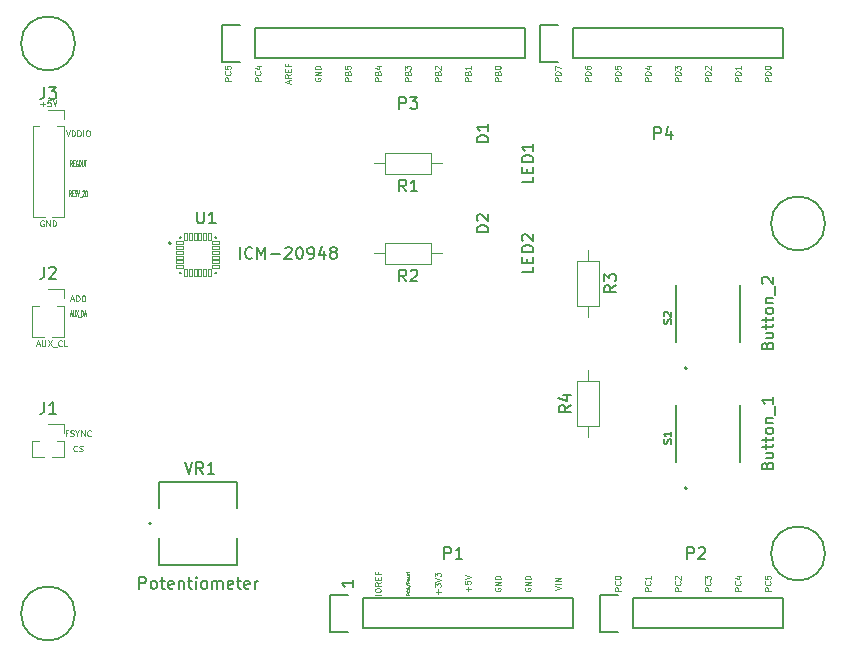
<source format=gto>
G04 #@! TF.GenerationSoftware,KiCad,Pcbnew,(6.0.4)*
G04 #@! TF.CreationDate,2022-05-08T20:33:45-07:00*
G04 #@! TF.ProjectId,PCB_Design,5043425f-4465-4736-9967-6e2e6b696361,rev?*
G04 #@! TF.SameCoordinates,Original*
G04 #@! TF.FileFunction,Legend,Top*
G04 #@! TF.FilePolarity,Positive*
%FSLAX46Y46*%
G04 Gerber Fmt 4.6, Leading zero omitted, Abs format (unit mm)*
G04 Created by KiCad (PCBNEW (6.0.4)) date 2022-05-08 20:33:45*
%MOMM*%
%LPD*%
G01*
G04 APERTURE LIST*
G04 Aperture macros list*
%AMRoundRect*
0 Rectangle with rounded corners*
0 $1 Rounding radius*
0 $2 $3 $4 $5 $6 $7 $8 $9 X,Y pos of 4 corners*
0 Add a 4 corners polygon primitive as box body*
4,1,4,$2,$3,$4,$5,$6,$7,$8,$9,$2,$3,0*
0 Add four circle primitives for the rounded corners*
1,1,$1+$1,$2,$3*
1,1,$1+$1,$4,$5*
1,1,$1+$1,$6,$7*
1,1,$1+$1,$8,$9*
0 Add four rect primitives between the rounded corners*
20,1,$1+$1,$2,$3,$4,$5,0*
20,1,$1+$1,$4,$5,$6,$7,0*
20,1,$1+$1,$6,$7,$8,$9,0*
20,1,$1+$1,$8,$9,$2,$3,0*%
G04 Aperture macros list end*
%ADD10C,0.150000*%
%ADD11C,0.125000*%
%ADD12C,0.062500*%
%ADD13C,0.127000*%
%ADD14C,0.200000*%
%ADD15C,0.120000*%
%ADD16O,1.727200X2.032000*%
%ADD17C,4.064000*%
%ADD18R,1.000000X1.700000*%
%ADD19C,1.400000*%
%ADD20O,1.400000X1.400000*%
%ADD21R,1.000000X1.000000*%
%ADD22O,1.000000X1.000000*%
%ADD23R,1.000000X1.100000*%
%ADD24R,1.222000X1.222000*%
%ADD25C,1.222000*%
%ADD26RoundRect,0.006600X-0.313400X-0.103400X0.313400X-0.103400X0.313400X0.103400X-0.313400X0.103400X0*%
%ADD27RoundRect,0.006600X0.103400X-0.313400X0.103400X0.313400X-0.103400X0.313400X-0.103400X-0.313400X0*%
%ADD28RoundRect,0.006600X0.313400X0.103400X-0.313400X0.103400X-0.313400X-0.103400X0.313400X-0.103400X0*%
%ADD29RoundRect,0.006600X-0.103400X0.313400X-0.103400X-0.313400X0.103400X-0.313400X0.103400X0.313400X0*%
G04 APERTURE END LIST*
D10*
X174426571Y-101139285D02*
X174474190Y-100996428D01*
X174521809Y-100948809D01*
X174617047Y-100901190D01*
X174759904Y-100901190D01*
X174855142Y-100948809D01*
X174902761Y-100996428D01*
X174950380Y-101091666D01*
X174950380Y-101472619D01*
X173950380Y-101472619D01*
X173950380Y-101139285D01*
X173998000Y-101044047D01*
X174045619Y-100996428D01*
X174140857Y-100948809D01*
X174236095Y-100948809D01*
X174331333Y-100996428D01*
X174378952Y-101044047D01*
X174426571Y-101139285D01*
X174426571Y-101472619D01*
X174283714Y-100044047D02*
X174950380Y-100044047D01*
X174283714Y-100472619D02*
X174807523Y-100472619D01*
X174902761Y-100425000D01*
X174950380Y-100329761D01*
X174950380Y-100186904D01*
X174902761Y-100091666D01*
X174855142Y-100044047D01*
X174283714Y-99710714D02*
X174283714Y-99329761D01*
X173950380Y-99567857D02*
X174807523Y-99567857D01*
X174902761Y-99520238D01*
X174950380Y-99425000D01*
X174950380Y-99329761D01*
X174283714Y-99139285D02*
X174283714Y-98758333D01*
X173950380Y-98996428D02*
X174807523Y-98996428D01*
X174902761Y-98948809D01*
X174950380Y-98853571D01*
X174950380Y-98758333D01*
X174950380Y-98282142D02*
X174902761Y-98377380D01*
X174855142Y-98425000D01*
X174759904Y-98472619D01*
X174474190Y-98472619D01*
X174378952Y-98425000D01*
X174331333Y-98377380D01*
X174283714Y-98282142D01*
X174283714Y-98139285D01*
X174331333Y-98044047D01*
X174378952Y-97996428D01*
X174474190Y-97948809D01*
X174759904Y-97948809D01*
X174855142Y-97996428D01*
X174902761Y-98044047D01*
X174950380Y-98139285D01*
X174950380Y-98282142D01*
X174283714Y-97520238D02*
X174950380Y-97520238D01*
X174378952Y-97520238D02*
X174331333Y-97472619D01*
X174283714Y-97377380D01*
X174283714Y-97234523D01*
X174331333Y-97139285D01*
X174426571Y-97091666D01*
X174950380Y-97091666D01*
X175045619Y-96853571D02*
X175045619Y-96091666D01*
X174045619Y-95901190D02*
X173998000Y-95853571D01*
X173950380Y-95758333D01*
X173950380Y-95520238D01*
X173998000Y-95425000D01*
X174045619Y-95377380D01*
X174140857Y-95329761D01*
X174236095Y-95329761D01*
X174378952Y-95377380D01*
X174950380Y-95948809D01*
X174950380Y-95329761D01*
D11*
X115994666Y-110063571D02*
X115970857Y-110087380D01*
X115899428Y-110111190D01*
X115851809Y-110111190D01*
X115780380Y-110087380D01*
X115732761Y-110039761D01*
X115708952Y-109992142D01*
X115685142Y-109896904D01*
X115685142Y-109825476D01*
X115708952Y-109730238D01*
X115732761Y-109682619D01*
X115780380Y-109635000D01*
X115851809Y-109611190D01*
X115899428Y-109611190D01*
X115970857Y-109635000D01*
X115994666Y-109658809D01*
X116185142Y-110087380D02*
X116256571Y-110111190D01*
X116375619Y-110111190D01*
X116423238Y-110087380D01*
X116447047Y-110063571D01*
X116470857Y-110015952D01*
X116470857Y-109968333D01*
X116447047Y-109920714D01*
X116423238Y-109896904D01*
X116375619Y-109873095D01*
X116280380Y-109849285D01*
X116232761Y-109825476D01*
X116208952Y-109801666D01*
X116185142Y-109754047D01*
X116185142Y-109706428D01*
X116208952Y-109658809D01*
X116232761Y-109635000D01*
X116280380Y-109611190D01*
X116399428Y-109611190D01*
X116470857Y-109635000D01*
X141704190Y-78724047D02*
X141204190Y-78724047D01*
X141204190Y-78533571D01*
X141228000Y-78485952D01*
X141251809Y-78462142D01*
X141299428Y-78438333D01*
X141370857Y-78438333D01*
X141418476Y-78462142D01*
X141442285Y-78485952D01*
X141466095Y-78533571D01*
X141466095Y-78724047D01*
X141442285Y-78057380D02*
X141466095Y-77985952D01*
X141489904Y-77962142D01*
X141537523Y-77938333D01*
X141608952Y-77938333D01*
X141656571Y-77962142D01*
X141680380Y-77985952D01*
X141704190Y-78033571D01*
X141704190Y-78224047D01*
X141204190Y-78224047D01*
X141204190Y-78057380D01*
X141228000Y-78009761D01*
X141251809Y-77985952D01*
X141299428Y-77962142D01*
X141347047Y-77962142D01*
X141394666Y-77985952D01*
X141418476Y-78009761D01*
X141442285Y-78057380D01*
X141442285Y-78224047D01*
X141370857Y-77509761D02*
X141704190Y-77509761D01*
X141180380Y-77628809D02*
X141537523Y-77747857D01*
X141537523Y-77438333D01*
X156944190Y-78724047D02*
X156444190Y-78724047D01*
X156444190Y-78533571D01*
X156468000Y-78485952D01*
X156491809Y-78462142D01*
X156539428Y-78438333D01*
X156610857Y-78438333D01*
X156658476Y-78462142D01*
X156682285Y-78485952D01*
X156706095Y-78533571D01*
X156706095Y-78724047D01*
X156944190Y-78224047D02*
X156444190Y-78224047D01*
X156444190Y-78105000D01*
X156468000Y-78033571D01*
X156515619Y-77985952D01*
X156563238Y-77962142D01*
X156658476Y-77938333D01*
X156729904Y-77938333D01*
X156825142Y-77962142D01*
X156872761Y-77985952D01*
X156920380Y-78033571D01*
X156944190Y-78105000D01*
X156944190Y-78224047D01*
X156444190Y-77771666D02*
X156444190Y-77438333D01*
X156944190Y-77652619D01*
X146593714Y-122165952D02*
X146593714Y-121785000D01*
X146784190Y-121975476D02*
X146403238Y-121975476D01*
X146284190Y-121594523D02*
X146284190Y-121285000D01*
X146474666Y-121451666D01*
X146474666Y-121380238D01*
X146498476Y-121332619D01*
X146522285Y-121308809D01*
X146569904Y-121285000D01*
X146688952Y-121285000D01*
X146736571Y-121308809D01*
X146760380Y-121332619D01*
X146784190Y-121380238D01*
X146784190Y-121523095D01*
X146760380Y-121570714D01*
X146736571Y-121594523D01*
X146284190Y-121142142D02*
X146784190Y-120975476D01*
X146284190Y-120808809D01*
X146284190Y-120689761D02*
X146284190Y-120380238D01*
X146474666Y-120546904D01*
X146474666Y-120475476D01*
X146498476Y-120427857D01*
X146522285Y-120404047D01*
X146569904Y-120380238D01*
X146688952Y-120380238D01*
X146736571Y-120404047D01*
X146760380Y-120427857D01*
X146784190Y-120475476D01*
X146784190Y-120618333D01*
X146760380Y-120665952D01*
X146736571Y-120689761D01*
X139164190Y-78724047D02*
X138664190Y-78724047D01*
X138664190Y-78533571D01*
X138688000Y-78485952D01*
X138711809Y-78462142D01*
X138759428Y-78438333D01*
X138830857Y-78438333D01*
X138878476Y-78462142D01*
X138902285Y-78485952D01*
X138926095Y-78533571D01*
X138926095Y-78724047D01*
X138902285Y-78057380D02*
X138926095Y-77985952D01*
X138949904Y-77962142D01*
X138997523Y-77938333D01*
X139068952Y-77938333D01*
X139116571Y-77962142D01*
X139140380Y-77985952D01*
X139164190Y-78033571D01*
X139164190Y-78224047D01*
X138664190Y-78224047D01*
X138664190Y-78057380D01*
X138688000Y-78009761D01*
X138711809Y-77985952D01*
X138759428Y-77962142D01*
X138807047Y-77962142D01*
X138854666Y-77985952D01*
X138878476Y-78009761D01*
X138902285Y-78057380D01*
X138902285Y-78224047D01*
X138664190Y-77485952D02*
X138664190Y-77724047D01*
X138902285Y-77747857D01*
X138878476Y-77724047D01*
X138854666Y-77676428D01*
X138854666Y-77557380D01*
X138878476Y-77509761D01*
X138902285Y-77485952D01*
X138949904Y-77462142D01*
X139068952Y-77462142D01*
X139116571Y-77485952D01*
X139140380Y-77509761D01*
X139164190Y-77557380D01*
X139164190Y-77676428D01*
X139140380Y-77724047D01*
X139116571Y-77747857D01*
X141704190Y-122237380D02*
X141204190Y-122237380D01*
X141204190Y-121904047D02*
X141204190Y-121808809D01*
X141228000Y-121761190D01*
X141275619Y-121713571D01*
X141370857Y-121689761D01*
X141537523Y-121689761D01*
X141632761Y-121713571D01*
X141680380Y-121761190D01*
X141704190Y-121808809D01*
X141704190Y-121904047D01*
X141680380Y-121951666D01*
X141632761Y-121999285D01*
X141537523Y-122023095D01*
X141370857Y-122023095D01*
X141275619Y-121999285D01*
X141228000Y-121951666D01*
X141204190Y-121904047D01*
X141704190Y-121189761D02*
X141466095Y-121356428D01*
X141704190Y-121475476D02*
X141204190Y-121475476D01*
X141204190Y-121285000D01*
X141228000Y-121237380D01*
X141251809Y-121213571D01*
X141299428Y-121189761D01*
X141370857Y-121189761D01*
X141418476Y-121213571D01*
X141442285Y-121237380D01*
X141466095Y-121285000D01*
X141466095Y-121475476D01*
X141442285Y-120975476D02*
X141442285Y-120808809D01*
X141704190Y-120737380D02*
X141704190Y-120975476D01*
X141204190Y-120975476D01*
X141204190Y-120737380D01*
X141442285Y-120356428D02*
X141442285Y-120523095D01*
X141704190Y-120523095D02*
X141204190Y-120523095D01*
X141204190Y-120285000D01*
X112583625Y-101048333D02*
X112821720Y-101048333D01*
X112536006Y-101191190D02*
X112702672Y-100691190D01*
X112869339Y-101191190D01*
X113036006Y-100691190D02*
X113036006Y-101095952D01*
X113059815Y-101143571D01*
X113083625Y-101167380D01*
X113131244Y-101191190D01*
X113226482Y-101191190D01*
X113274101Y-101167380D01*
X113297910Y-101143571D01*
X113321720Y-101095952D01*
X113321720Y-100691190D01*
X113512196Y-100691190D02*
X113845530Y-101191190D01*
X113845530Y-100691190D02*
X113512196Y-101191190D01*
X113916958Y-101238809D02*
X114297910Y-101238809D01*
X114702672Y-101143571D02*
X114678863Y-101167380D01*
X114607434Y-101191190D01*
X114559815Y-101191190D01*
X114488387Y-101167380D01*
X114440768Y-101119761D01*
X114416958Y-101072142D01*
X114393149Y-100976904D01*
X114393149Y-100905476D01*
X114416958Y-100810238D01*
X114440768Y-100762619D01*
X114488387Y-100715000D01*
X114559815Y-100691190D01*
X114607434Y-100691190D01*
X114678863Y-100715000D01*
X114702672Y-100738809D01*
X115155053Y-101191190D02*
X114916958Y-101191190D01*
X114916958Y-100691190D01*
X112895142Y-80680714D02*
X113276095Y-80680714D01*
X113085619Y-80871190D02*
X113085619Y-80490238D01*
X113752285Y-80371190D02*
X113514190Y-80371190D01*
X113490380Y-80609285D01*
X113514190Y-80585476D01*
X113561809Y-80561666D01*
X113680857Y-80561666D01*
X113728476Y-80585476D01*
X113752285Y-80609285D01*
X113776095Y-80656904D01*
X113776095Y-80775952D01*
X113752285Y-80823571D01*
X113728476Y-80847380D01*
X113680857Y-80871190D01*
X113561809Y-80871190D01*
X113514190Y-80847380D01*
X113490380Y-80823571D01*
X113918952Y-80371190D02*
X114085619Y-80871190D01*
X114252285Y-80371190D01*
X174724190Y-121904047D02*
X174224190Y-121904047D01*
X174224190Y-121713571D01*
X174248000Y-121665952D01*
X174271809Y-121642142D01*
X174319428Y-121618333D01*
X174390857Y-121618333D01*
X174438476Y-121642142D01*
X174462285Y-121665952D01*
X174486095Y-121713571D01*
X174486095Y-121904047D01*
X174676571Y-121118333D02*
X174700380Y-121142142D01*
X174724190Y-121213571D01*
X174724190Y-121261190D01*
X174700380Y-121332619D01*
X174652761Y-121380238D01*
X174605142Y-121404047D01*
X174509904Y-121427857D01*
X174438476Y-121427857D01*
X174343238Y-121404047D01*
X174295619Y-121380238D01*
X174248000Y-121332619D01*
X174224190Y-121261190D01*
X174224190Y-121213571D01*
X174248000Y-121142142D01*
X174271809Y-121118333D01*
X174224190Y-120665952D02*
X174224190Y-120904047D01*
X174462285Y-120927857D01*
X174438476Y-120904047D01*
X174414666Y-120856428D01*
X174414666Y-120737380D01*
X174438476Y-120689761D01*
X174462285Y-120665952D01*
X174509904Y-120642142D01*
X174628952Y-120642142D01*
X174676571Y-120665952D01*
X174700380Y-120689761D01*
X174724190Y-120737380D01*
X174724190Y-120856428D01*
X174700380Y-120904047D01*
X174676571Y-120927857D01*
X133941333Y-78914523D02*
X133941333Y-78676428D01*
X134084190Y-78962142D02*
X133584190Y-78795476D01*
X134084190Y-78628809D01*
X134084190Y-78176428D02*
X133846095Y-78343095D01*
X134084190Y-78462142D02*
X133584190Y-78462142D01*
X133584190Y-78271666D01*
X133608000Y-78224047D01*
X133631809Y-78200238D01*
X133679428Y-78176428D01*
X133750857Y-78176428D01*
X133798476Y-78200238D01*
X133822285Y-78224047D01*
X133846095Y-78271666D01*
X133846095Y-78462142D01*
X133822285Y-77962142D02*
X133822285Y-77795476D01*
X134084190Y-77724047D02*
X134084190Y-77962142D01*
X133584190Y-77962142D01*
X133584190Y-77724047D01*
X133822285Y-77343095D02*
X133822285Y-77509761D01*
X134084190Y-77509761D02*
X133584190Y-77509761D01*
X133584190Y-77271666D01*
X146784190Y-78724047D02*
X146284190Y-78724047D01*
X146284190Y-78533571D01*
X146308000Y-78485952D01*
X146331809Y-78462142D01*
X146379428Y-78438333D01*
X146450857Y-78438333D01*
X146498476Y-78462142D01*
X146522285Y-78485952D01*
X146546095Y-78533571D01*
X146546095Y-78724047D01*
X146522285Y-78057380D02*
X146546095Y-77985952D01*
X146569904Y-77962142D01*
X146617523Y-77938333D01*
X146688952Y-77938333D01*
X146736571Y-77962142D01*
X146760380Y-77985952D01*
X146784190Y-78033571D01*
X146784190Y-78224047D01*
X146284190Y-78224047D01*
X146284190Y-78057380D01*
X146308000Y-78009761D01*
X146331809Y-77985952D01*
X146379428Y-77962142D01*
X146427047Y-77962142D01*
X146474666Y-77985952D01*
X146498476Y-78009761D01*
X146522285Y-78057380D01*
X146522285Y-78224047D01*
X146331809Y-77747857D02*
X146308000Y-77724047D01*
X146284190Y-77676428D01*
X146284190Y-77557380D01*
X146308000Y-77509761D01*
X146331809Y-77485952D01*
X146379428Y-77462142D01*
X146427047Y-77462142D01*
X146498476Y-77485952D01*
X146784190Y-77771666D01*
X146784190Y-77462142D01*
D10*
X174426571Y-111299285D02*
X174474190Y-111156428D01*
X174521809Y-111108809D01*
X174617047Y-111061190D01*
X174759904Y-111061190D01*
X174855142Y-111108809D01*
X174902761Y-111156428D01*
X174950380Y-111251666D01*
X174950380Y-111632619D01*
X173950380Y-111632619D01*
X173950380Y-111299285D01*
X173998000Y-111204047D01*
X174045619Y-111156428D01*
X174140857Y-111108809D01*
X174236095Y-111108809D01*
X174331333Y-111156428D01*
X174378952Y-111204047D01*
X174426571Y-111299285D01*
X174426571Y-111632619D01*
X174283714Y-110204047D02*
X174950380Y-110204047D01*
X174283714Y-110632619D02*
X174807523Y-110632619D01*
X174902761Y-110585000D01*
X174950380Y-110489761D01*
X174950380Y-110346904D01*
X174902761Y-110251666D01*
X174855142Y-110204047D01*
X174283714Y-109870714D02*
X174283714Y-109489761D01*
X173950380Y-109727857D02*
X174807523Y-109727857D01*
X174902761Y-109680238D01*
X174950380Y-109585000D01*
X174950380Y-109489761D01*
X174283714Y-109299285D02*
X174283714Y-108918333D01*
X173950380Y-109156428D02*
X174807523Y-109156428D01*
X174902761Y-109108809D01*
X174950380Y-109013571D01*
X174950380Y-108918333D01*
X174950380Y-108442142D02*
X174902761Y-108537380D01*
X174855142Y-108585000D01*
X174759904Y-108632619D01*
X174474190Y-108632619D01*
X174378952Y-108585000D01*
X174331333Y-108537380D01*
X174283714Y-108442142D01*
X174283714Y-108299285D01*
X174331333Y-108204047D01*
X174378952Y-108156428D01*
X174474190Y-108108809D01*
X174759904Y-108108809D01*
X174855142Y-108156428D01*
X174902761Y-108204047D01*
X174950380Y-108299285D01*
X174950380Y-108442142D01*
X174283714Y-107680238D02*
X174950380Y-107680238D01*
X174378952Y-107680238D02*
X174331333Y-107632619D01*
X174283714Y-107537380D01*
X174283714Y-107394523D01*
X174331333Y-107299285D01*
X174426571Y-107251666D01*
X174950380Y-107251666D01*
X175045619Y-107013571D02*
X175045619Y-106251666D01*
X174950380Y-105489761D02*
X174950380Y-106061190D01*
X174950380Y-105775476D02*
X173950380Y-105775476D01*
X174093238Y-105870714D01*
X174188476Y-105965952D01*
X174236095Y-106061190D01*
D12*
X144131095Y-122237380D02*
X143881095Y-122237380D01*
X143881095Y-122142142D01*
X143893000Y-122118333D01*
X143904904Y-122106428D01*
X143928714Y-122094523D01*
X143964428Y-122094523D01*
X143988238Y-122106428D01*
X144000142Y-122118333D01*
X144012047Y-122142142D01*
X144012047Y-122237380D01*
X144107285Y-121844523D02*
X144119190Y-121856428D01*
X144131095Y-121892142D01*
X144131095Y-121915952D01*
X144119190Y-121951666D01*
X144095380Y-121975476D01*
X144071571Y-121987380D01*
X144023952Y-121999285D01*
X143988238Y-121999285D01*
X143940619Y-121987380D01*
X143916809Y-121975476D01*
X143893000Y-121951666D01*
X143881095Y-121915952D01*
X143881095Y-121892142D01*
X143893000Y-121856428D01*
X143904904Y-121844523D01*
X143881095Y-121630238D02*
X143881095Y-121677857D01*
X143893000Y-121701666D01*
X143904904Y-121713571D01*
X143940619Y-121737380D01*
X143988238Y-121749285D01*
X144083476Y-121749285D01*
X144107285Y-121737380D01*
X144119190Y-121725476D01*
X144131095Y-121701666D01*
X144131095Y-121654047D01*
X144119190Y-121630238D01*
X144107285Y-121618333D01*
X144083476Y-121606428D01*
X144023952Y-121606428D01*
X144000142Y-121618333D01*
X143988238Y-121630238D01*
X143976333Y-121654047D01*
X143976333Y-121701666D01*
X143988238Y-121725476D01*
X144000142Y-121737380D01*
X144023952Y-121749285D01*
X143869190Y-121320714D02*
X144190619Y-121535000D01*
X144131095Y-121094523D02*
X144012047Y-121177857D01*
X144131095Y-121237380D02*
X143881095Y-121237380D01*
X143881095Y-121142142D01*
X143893000Y-121118333D01*
X143904904Y-121106428D01*
X143928714Y-121094523D01*
X143964428Y-121094523D01*
X143988238Y-121106428D01*
X144000142Y-121118333D01*
X144012047Y-121142142D01*
X144012047Y-121237380D01*
X144119190Y-120892142D02*
X144131095Y-120915952D01*
X144131095Y-120963571D01*
X144119190Y-120987380D01*
X144095380Y-120999285D01*
X144000142Y-120999285D01*
X143976333Y-120987380D01*
X143964428Y-120963571D01*
X143964428Y-120915952D01*
X143976333Y-120892142D01*
X144000142Y-120880238D01*
X144023952Y-120880238D01*
X144047761Y-120999285D01*
X144119190Y-120785000D02*
X144131095Y-120761190D01*
X144131095Y-120713571D01*
X144119190Y-120689761D01*
X144095380Y-120677857D01*
X144083476Y-120677857D01*
X144059666Y-120689761D01*
X144047761Y-120713571D01*
X144047761Y-120749285D01*
X144035857Y-120773095D01*
X144012047Y-120785000D01*
X144000142Y-120785000D01*
X143976333Y-120773095D01*
X143964428Y-120749285D01*
X143964428Y-120713571D01*
X143976333Y-120689761D01*
X144119190Y-120475476D02*
X144131095Y-120499285D01*
X144131095Y-120546904D01*
X144119190Y-120570714D01*
X144095380Y-120582619D01*
X144000142Y-120582619D01*
X143976333Y-120570714D01*
X143964428Y-120546904D01*
X143964428Y-120499285D01*
X143976333Y-120475476D01*
X144000142Y-120463571D01*
X144023952Y-120463571D01*
X144047761Y-120582619D01*
X143964428Y-120392142D02*
X143964428Y-120296904D01*
X143881095Y-120356428D02*
X144095380Y-120356428D01*
X144119190Y-120344523D01*
X144131095Y-120320714D01*
X144131095Y-120296904D01*
D11*
X174724190Y-78724047D02*
X174224190Y-78724047D01*
X174224190Y-78533571D01*
X174248000Y-78485952D01*
X174271809Y-78462142D01*
X174319428Y-78438333D01*
X174390857Y-78438333D01*
X174438476Y-78462142D01*
X174462285Y-78485952D01*
X174486095Y-78533571D01*
X174486095Y-78724047D01*
X174724190Y-78224047D02*
X174224190Y-78224047D01*
X174224190Y-78105000D01*
X174248000Y-78033571D01*
X174295619Y-77985952D01*
X174343238Y-77962142D01*
X174438476Y-77938333D01*
X174509904Y-77938333D01*
X174605142Y-77962142D01*
X174652761Y-77985952D01*
X174700380Y-78033571D01*
X174724190Y-78105000D01*
X174724190Y-78224047D01*
X174224190Y-77628809D02*
X174224190Y-77581190D01*
X174248000Y-77533571D01*
X174271809Y-77509761D01*
X174319428Y-77485952D01*
X174414666Y-77462142D01*
X174533714Y-77462142D01*
X174628952Y-77485952D01*
X174676571Y-77509761D01*
X174700380Y-77533571D01*
X174724190Y-77581190D01*
X174724190Y-77628809D01*
X174700380Y-77676428D01*
X174676571Y-77700238D01*
X174628952Y-77724047D01*
X174533714Y-77747857D01*
X174414666Y-77747857D01*
X174319428Y-77724047D01*
X174271809Y-77700238D01*
X174248000Y-77676428D01*
X174224190Y-77628809D01*
X162024190Y-78724047D02*
X161524190Y-78724047D01*
X161524190Y-78533571D01*
X161548000Y-78485952D01*
X161571809Y-78462142D01*
X161619428Y-78438333D01*
X161690857Y-78438333D01*
X161738476Y-78462142D01*
X161762285Y-78485952D01*
X161786095Y-78533571D01*
X161786095Y-78724047D01*
X162024190Y-78224047D02*
X161524190Y-78224047D01*
X161524190Y-78105000D01*
X161548000Y-78033571D01*
X161595619Y-77985952D01*
X161643238Y-77962142D01*
X161738476Y-77938333D01*
X161809904Y-77938333D01*
X161905142Y-77962142D01*
X161952761Y-77985952D01*
X162000380Y-78033571D01*
X162024190Y-78105000D01*
X162024190Y-78224047D01*
X161524190Y-77485952D02*
X161524190Y-77724047D01*
X161762285Y-77747857D01*
X161738476Y-77724047D01*
X161714666Y-77676428D01*
X161714666Y-77557380D01*
X161738476Y-77509761D01*
X161762285Y-77485952D01*
X161809904Y-77462142D01*
X161928952Y-77462142D01*
X161976571Y-77485952D01*
X162000380Y-77509761D01*
X162024190Y-77557380D01*
X162024190Y-77676428D01*
X162000380Y-77724047D01*
X161976571Y-77747857D01*
D12*
X115441095Y-98508333D02*
X115560142Y-98508333D01*
X115417285Y-98651190D02*
X115500619Y-98151190D01*
X115583952Y-98651190D01*
X115667285Y-98151190D02*
X115667285Y-98555952D01*
X115679190Y-98603571D01*
X115691095Y-98627380D01*
X115714904Y-98651190D01*
X115762523Y-98651190D01*
X115786333Y-98627380D01*
X115798238Y-98603571D01*
X115810142Y-98555952D01*
X115810142Y-98151190D01*
X115905380Y-98151190D02*
X116072047Y-98651190D01*
X116072047Y-98151190D02*
X115905380Y-98651190D01*
X116107761Y-98698809D02*
X116298238Y-98698809D01*
X116357761Y-98651190D02*
X116357761Y-98151190D01*
X116417285Y-98151190D01*
X116453000Y-98175000D01*
X116476809Y-98222619D01*
X116488714Y-98270238D01*
X116500619Y-98365476D01*
X116500619Y-98436904D01*
X116488714Y-98532142D01*
X116476809Y-98579761D01*
X116453000Y-98627380D01*
X116417285Y-98651190D01*
X116357761Y-98651190D01*
X116595857Y-98508333D02*
X116714904Y-98508333D01*
X116572047Y-98651190D02*
X116655380Y-98151190D01*
X116738714Y-98651190D01*
D11*
X167104190Y-121904047D02*
X166604190Y-121904047D01*
X166604190Y-121713571D01*
X166628000Y-121665952D01*
X166651809Y-121642142D01*
X166699428Y-121618333D01*
X166770857Y-121618333D01*
X166818476Y-121642142D01*
X166842285Y-121665952D01*
X166866095Y-121713571D01*
X166866095Y-121904047D01*
X167056571Y-121118333D02*
X167080380Y-121142142D01*
X167104190Y-121213571D01*
X167104190Y-121261190D01*
X167080380Y-121332619D01*
X167032761Y-121380238D01*
X166985142Y-121404047D01*
X166889904Y-121427857D01*
X166818476Y-121427857D01*
X166723238Y-121404047D01*
X166675619Y-121380238D01*
X166628000Y-121332619D01*
X166604190Y-121261190D01*
X166604190Y-121213571D01*
X166628000Y-121142142D01*
X166651809Y-121118333D01*
X166651809Y-120927857D02*
X166628000Y-120904047D01*
X166604190Y-120856428D01*
X166604190Y-120737380D01*
X166628000Y-120689761D01*
X166651809Y-120665952D01*
X166699428Y-120642142D01*
X166747047Y-120642142D01*
X166818476Y-120665952D01*
X167104190Y-120951666D01*
X167104190Y-120642142D01*
X153928000Y-121665952D02*
X153904190Y-121713571D01*
X153904190Y-121785000D01*
X153928000Y-121856428D01*
X153975619Y-121904047D01*
X154023238Y-121927857D01*
X154118476Y-121951666D01*
X154189904Y-121951666D01*
X154285142Y-121927857D01*
X154332761Y-121904047D01*
X154380380Y-121856428D01*
X154404190Y-121785000D01*
X154404190Y-121737380D01*
X154380380Y-121665952D01*
X154356571Y-121642142D01*
X154189904Y-121642142D01*
X154189904Y-121737380D01*
X154404190Y-121427857D02*
X153904190Y-121427857D01*
X154404190Y-121142142D01*
X153904190Y-121142142D01*
X154404190Y-120904047D02*
X153904190Y-120904047D01*
X153904190Y-120785000D01*
X153928000Y-120713571D01*
X153975619Y-120665952D01*
X154023238Y-120642142D01*
X154118476Y-120618333D01*
X154189904Y-120618333D01*
X154285142Y-120642142D01*
X154332761Y-120665952D01*
X154380380Y-120713571D01*
X154404190Y-120785000D01*
X154404190Y-120904047D01*
X172184190Y-78724047D02*
X171684190Y-78724047D01*
X171684190Y-78533571D01*
X171708000Y-78485952D01*
X171731809Y-78462142D01*
X171779428Y-78438333D01*
X171850857Y-78438333D01*
X171898476Y-78462142D01*
X171922285Y-78485952D01*
X171946095Y-78533571D01*
X171946095Y-78724047D01*
X172184190Y-78224047D02*
X171684190Y-78224047D01*
X171684190Y-78105000D01*
X171708000Y-78033571D01*
X171755619Y-77985952D01*
X171803238Y-77962142D01*
X171898476Y-77938333D01*
X171969904Y-77938333D01*
X172065142Y-77962142D01*
X172112761Y-77985952D01*
X172160380Y-78033571D01*
X172184190Y-78105000D01*
X172184190Y-78224047D01*
X172184190Y-77462142D02*
X172184190Y-77747857D01*
X172184190Y-77605000D02*
X171684190Y-77605000D01*
X171755619Y-77652619D01*
X171803238Y-77700238D01*
X171827047Y-77747857D01*
X136148000Y-78485952D02*
X136124190Y-78533571D01*
X136124190Y-78605000D01*
X136148000Y-78676428D01*
X136195619Y-78724047D01*
X136243238Y-78747857D01*
X136338476Y-78771666D01*
X136409904Y-78771666D01*
X136505142Y-78747857D01*
X136552761Y-78724047D01*
X136600380Y-78676428D01*
X136624190Y-78605000D01*
X136624190Y-78557380D01*
X136600380Y-78485952D01*
X136576571Y-78462142D01*
X136409904Y-78462142D01*
X136409904Y-78557380D01*
X136624190Y-78247857D02*
X136124190Y-78247857D01*
X136624190Y-77962142D01*
X136124190Y-77962142D01*
X136624190Y-77724047D02*
X136124190Y-77724047D01*
X136124190Y-77605000D01*
X136148000Y-77533571D01*
X136195619Y-77485952D01*
X136243238Y-77462142D01*
X136338476Y-77438333D01*
X136409904Y-77438333D01*
X136505142Y-77462142D01*
X136552761Y-77485952D01*
X136600380Y-77533571D01*
X136624190Y-77605000D01*
X136624190Y-77724047D01*
X156444190Y-121832619D02*
X156944190Y-121665952D01*
X156444190Y-121499285D01*
X156944190Y-121332619D02*
X156444190Y-121332619D01*
X156944190Y-121094523D02*
X156444190Y-121094523D01*
X156944190Y-120808809D01*
X156444190Y-120808809D01*
X164564190Y-78724047D02*
X164064190Y-78724047D01*
X164064190Y-78533571D01*
X164088000Y-78485952D01*
X164111809Y-78462142D01*
X164159428Y-78438333D01*
X164230857Y-78438333D01*
X164278476Y-78462142D01*
X164302285Y-78485952D01*
X164326095Y-78533571D01*
X164326095Y-78724047D01*
X164564190Y-78224047D02*
X164064190Y-78224047D01*
X164064190Y-78105000D01*
X164088000Y-78033571D01*
X164135619Y-77985952D01*
X164183238Y-77962142D01*
X164278476Y-77938333D01*
X164349904Y-77938333D01*
X164445142Y-77962142D01*
X164492761Y-77985952D01*
X164540380Y-78033571D01*
X164564190Y-78105000D01*
X164564190Y-78224047D01*
X164230857Y-77509761D02*
X164564190Y-77509761D01*
X164040380Y-77628809D02*
X164397523Y-77747857D01*
X164397523Y-77438333D01*
X149324190Y-78724047D02*
X148824190Y-78724047D01*
X148824190Y-78533571D01*
X148848000Y-78485952D01*
X148871809Y-78462142D01*
X148919428Y-78438333D01*
X148990857Y-78438333D01*
X149038476Y-78462142D01*
X149062285Y-78485952D01*
X149086095Y-78533571D01*
X149086095Y-78724047D01*
X149062285Y-78057380D02*
X149086095Y-77985952D01*
X149109904Y-77962142D01*
X149157523Y-77938333D01*
X149228952Y-77938333D01*
X149276571Y-77962142D01*
X149300380Y-77985952D01*
X149324190Y-78033571D01*
X149324190Y-78224047D01*
X148824190Y-78224047D01*
X148824190Y-78057380D01*
X148848000Y-78009761D01*
X148871809Y-77985952D01*
X148919428Y-77962142D01*
X148967047Y-77962142D01*
X149014666Y-77985952D01*
X149038476Y-78009761D01*
X149062285Y-78057380D01*
X149062285Y-78224047D01*
X149324190Y-77462142D02*
X149324190Y-77747857D01*
X149324190Y-77605000D02*
X148824190Y-77605000D01*
X148895619Y-77652619D01*
X148943238Y-77700238D01*
X148967047Y-77747857D01*
D10*
X154630380Y-94464047D02*
X154630380Y-94940238D01*
X153630380Y-94940238D01*
X154106571Y-94130714D02*
X154106571Y-93797380D01*
X154630380Y-93654523D02*
X154630380Y-94130714D01*
X153630380Y-94130714D01*
X153630380Y-93654523D01*
X154630380Y-93225952D02*
X153630380Y-93225952D01*
X153630380Y-92987857D01*
X153678000Y-92845000D01*
X153773238Y-92749761D01*
X153868476Y-92702142D01*
X154058952Y-92654523D01*
X154201809Y-92654523D01*
X154392285Y-92702142D01*
X154487523Y-92749761D01*
X154582761Y-92845000D01*
X154630380Y-92987857D01*
X154630380Y-93225952D01*
X153725619Y-92273571D02*
X153678000Y-92225952D01*
X153630380Y-92130714D01*
X153630380Y-91892619D01*
X153678000Y-91797380D01*
X153725619Y-91749761D01*
X153820857Y-91702142D01*
X153916095Y-91702142D01*
X154058952Y-91749761D01*
X154630380Y-92321190D01*
X154630380Y-91702142D01*
X121261809Y-121737380D02*
X121261809Y-120737380D01*
X121642761Y-120737380D01*
X121738000Y-120785000D01*
X121785619Y-120832619D01*
X121833238Y-120927857D01*
X121833238Y-121070714D01*
X121785619Y-121165952D01*
X121738000Y-121213571D01*
X121642761Y-121261190D01*
X121261809Y-121261190D01*
X122404666Y-121737380D02*
X122309428Y-121689761D01*
X122261809Y-121642142D01*
X122214190Y-121546904D01*
X122214190Y-121261190D01*
X122261809Y-121165952D01*
X122309428Y-121118333D01*
X122404666Y-121070714D01*
X122547523Y-121070714D01*
X122642761Y-121118333D01*
X122690380Y-121165952D01*
X122738000Y-121261190D01*
X122738000Y-121546904D01*
X122690380Y-121642142D01*
X122642761Y-121689761D01*
X122547523Y-121737380D01*
X122404666Y-121737380D01*
X123023714Y-121070714D02*
X123404666Y-121070714D01*
X123166571Y-120737380D02*
X123166571Y-121594523D01*
X123214190Y-121689761D01*
X123309428Y-121737380D01*
X123404666Y-121737380D01*
X124118952Y-121689761D02*
X124023714Y-121737380D01*
X123833238Y-121737380D01*
X123738000Y-121689761D01*
X123690380Y-121594523D01*
X123690380Y-121213571D01*
X123738000Y-121118333D01*
X123833238Y-121070714D01*
X124023714Y-121070714D01*
X124118952Y-121118333D01*
X124166571Y-121213571D01*
X124166571Y-121308809D01*
X123690380Y-121404047D01*
X124595142Y-121070714D02*
X124595142Y-121737380D01*
X124595142Y-121165952D02*
X124642761Y-121118333D01*
X124738000Y-121070714D01*
X124880857Y-121070714D01*
X124976095Y-121118333D01*
X125023714Y-121213571D01*
X125023714Y-121737380D01*
X125357047Y-121070714D02*
X125738000Y-121070714D01*
X125499904Y-120737380D02*
X125499904Y-121594523D01*
X125547523Y-121689761D01*
X125642761Y-121737380D01*
X125738000Y-121737380D01*
X126071333Y-121737380D02*
X126071333Y-121070714D01*
X126071333Y-120737380D02*
X126023714Y-120785000D01*
X126071333Y-120832619D01*
X126118952Y-120785000D01*
X126071333Y-120737380D01*
X126071333Y-120832619D01*
X126690380Y-121737380D02*
X126595142Y-121689761D01*
X126547523Y-121642142D01*
X126499904Y-121546904D01*
X126499904Y-121261190D01*
X126547523Y-121165952D01*
X126595142Y-121118333D01*
X126690380Y-121070714D01*
X126833238Y-121070714D01*
X126928476Y-121118333D01*
X126976095Y-121165952D01*
X127023714Y-121261190D01*
X127023714Y-121546904D01*
X126976095Y-121642142D01*
X126928476Y-121689761D01*
X126833238Y-121737380D01*
X126690380Y-121737380D01*
X127452285Y-121737380D02*
X127452285Y-121070714D01*
X127452285Y-121165952D02*
X127499904Y-121118333D01*
X127595142Y-121070714D01*
X127738000Y-121070714D01*
X127833238Y-121118333D01*
X127880857Y-121213571D01*
X127880857Y-121737380D01*
X127880857Y-121213571D02*
X127928476Y-121118333D01*
X128023714Y-121070714D01*
X128166571Y-121070714D01*
X128261809Y-121118333D01*
X128309428Y-121213571D01*
X128309428Y-121737380D01*
X129166571Y-121689761D02*
X129071333Y-121737380D01*
X128880857Y-121737380D01*
X128785619Y-121689761D01*
X128738000Y-121594523D01*
X128738000Y-121213571D01*
X128785619Y-121118333D01*
X128880857Y-121070714D01*
X129071333Y-121070714D01*
X129166571Y-121118333D01*
X129214190Y-121213571D01*
X129214190Y-121308809D01*
X128738000Y-121404047D01*
X129499904Y-121070714D02*
X129880857Y-121070714D01*
X129642761Y-120737380D02*
X129642761Y-121594523D01*
X129690380Y-121689761D01*
X129785619Y-121737380D01*
X129880857Y-121737380D01*
X130595142Y-121689761D02*
X130499904Y-121737380D01*
X130309428Y-121737380D01*
X130214190Y-121689761D01*
X130166571Y-121594523D01*
X130166571Y-121213571D01*
X130214190Y-121118333D01*
X130309428Y-121070714D01*
X130499904Y-121070714D01*
X130595142Y-121118333D01*
X130642761Y-121213571D01*
X130642761Y-121308809D01*
X130166571Y-121404047D01*
X131071333Y-121737380D02*
X131071333Y-121070714D01*
X131071333Y-121261190D02*
X131118952Y-121165952D01*
X131166571Y-121118333D01*
X131261809Y-121070714D01*
X131357047Y-121070714D01*
D11*
X113157047Y-90555000D02*
X113109428Y-90531190D01*
X113038000Y-90531190D01*
X112966571Y-90555000D01*
X112918952Y-90602619D01*
X112895142Y-90650238D01*
X112871333Y-90745476D01*
X112871333Y-90816904D01*
X112895142Y-90912142D01*
X112918952Y-90959761D01*
X112966571Y-91007380D01*
X113038000Y-91031190D01*
X113085619Y-91031190D01*
X113157047Y-91007380D01*
X113180857Y-90983571D01*
X113180857Y-90816904D01*
X113085619Y-90816904D01*
X113395142Y-91031190D02*
X113395142Y-90531190D01*
X113680857Y-91031190D01*
X113680857Y-90531190D01*
X113918952Y-91031190D02*
X113918952Y-90531190D01*
X114038000Y-90531190D01*
X114109428Y-90555000D01*
X114157047Y-90602619D01*
X114180857Y-90650238D01*
X114204666Y-90745476D01*
X114204666Y-90816904D01*
X114180857Y-90912142D01*
X114157047Y-90959761D01*
X114109428Y-91007380D01*
X114038000Y-91031190D01*
X113918952Y-91031190D01*
X167104190Y-78724047D02*
X166604190Y-78724047D01*
X166604190Y-78533571D01*
X166628000Y-78485952D01*
X166651809Y-78462142D01*
X166699428Y-78438333D01*
X166770857Y-78438333D01*
X166818476Y-78462142D01*
X166842285Y-78485952D01*
X166866095Y-78533571D01*
X166866095Y-78724047D01*
X167104190Y-78224047D02*
X166604190Y-78224047D01*
X166604190Y-78105000D01*
X166628000Y-78033571D01*
X166675619Y-77985952D01*
X166723238Y-77962142D01*
X166818476Y-77938333D01*
X166889904Y-77938333D01*
X166985142Y-77962142D01*
X167032761Y-77985952D01*
X167080380Y-78033571D01*
X167104190Y-78105000D01*
X167104190Y-78224047D01*
X166604190Y-77771666D02*
X166604190Y-77462142D01*
X166794666Y-77628809D01*
X166794666Y-77557380D01*
X166818476Y-77509761D01*
X166842285Y-77485952D01*
X166889904Y-77462142D01*
X167008952Y-77462142D01*
X167056571Y-77485952D01*
X167080380Y-77509761D01*
X167104190Y-77557380D01*
X167104190Y-77700238D01*
X167080380Y-77747857D01*
X167056571Y-77771666D01*
X159484190Y-78724047D02*
X158984190Y-78724047D01*
X158984190Y-78533571D01*
X159008000Y-78485952D01*
X159031809Y-78462142D01*
X159079428Y-78438333D01*
X159150857Y-78438333D01*
X159198476Y-78462142D01*
X159222285Y-78485952D01*
X159246095Y-78533571D01*
X159246095Y-78724047D01*
X159484190Y-78224047D02*
X158984190Y-78224047D01*
X158984190Y-78105000D01*
X159008000Y-78033571D01*
X159055619Y-77985952D01*
X159103238Y-77962142D01*
X159198476Y-77938333D01*
X159269904Y-77938333D01*
X159365142Y-77962142D01*
X159412761Y-77985952D01*
X159460380Y-78033571D01*
X159484190Y-78105000D01*
X159484190Y-78224047D01*
X158984190Y-77509761D02*
X158984190Y-77605000D01*
X159008000Y-77652619D01*
X159031809Y-77676428D01*
X159103238Y-77724047D01*
X159198476Y-77747857D01*
X159388952Y-77747857D01*
X159436571Y-77724047D01*
X159460380Y-77700238D01*
X159484190Y-77652619D01*
X159484190Y-77557380D01*
X159460380Y-77509761D01*
X159436571Y-77485952D01*
X159388952Y-77462142D01*
X159269904Y-77462142D01*
X159222285Y-77485952D01*
X159198476Y-77509761D01*
X159174666Y-77557380D01*
X159174666Y-77652619D01*
X159198476Y-77700238D01*
X159222285Y-77724047D01*
X159269904Y-77747857D01*
X172184190Y-121904047D02*
X171684190Y-121904047D01*
X171684190Y-121713571D01*
X171708000Y-121665952D01*
X171731809Y-121642142D01*
X171779428Y-121618333D01*
X171850857Y-121618333D01*
X171898476Y-121642142D01*
X171922285Y-121665952D01*
X171946095Y-121713571D01*
X171946095Y-121904047D01*
X172136571Y-121118333D02*
X172160380Y-121142142D01*
X172184190Y-121213571D01*
X172184190Y-121261190D01*
X172160380Y-121332619D01*
X172112761Y-121380238D01*
X172065142Y-121404047D01*
X171969904Y-121427857D01*
X171898476Y-121427857D01*
X171803238Y-121404047D01*
X171755619Y-121380238D01*
X171708000Y-121332619D01*
X171684190Y-121261190D01*
X171684190Y-121213571D01*
X171708000Y-121142142D01*
X171731809Y-121118333D01*
X171850857Y-120689761D02*
X172184190Y-120689761D01*
X171660380Y-120808809D02*
X172017523Y-120927857D01*
X172017523Y-120618333D01*
D12*
X115185142Y-108549285D02*
X115018476Y-108549285D01*
X115018476Y-108811190D02*
X115018476Y-108311190D01*
X115256571Y-108311190D01*
X115423238Y-108787380D02*
X115494666Y-108811190D01*
X115613714Y-108811190D01*
X115661333Y-108787380D01*
X115685142Y-108763571D01*
X115708952Y-108715952D01*
X115708952Y-108668333D01*
X115685142Y-108620714D01*
X115661333Y-108596904D01*
X115613714Y-108573095D01*
X115518476Y-108549285D01*
X115470857Y-108525476D01*
X115447047Y-108501666D01*
X115423238Y-108454047D01*
X115423238Y-108406428D01*
X115447047Y-108358809D01*
X115470857Y-108335000D01*
X115518476Y-108311190D01*
X115637523Y-108311190D01*
X115708952Y-108335000D01*
X116018476Y-108573095D02*
X116018476Y-108811190D01*
X115851809Y-108311190D02*
X116018476Y-108573095D01*
X116185142Y-108311190D01*
X116351809Y-108811190D02*
X116351809Y-108311190D01*
X116637523Y-108811190D01*
X116637523Y-108311190D01*
X117161333Y-108763571D02*
X117137523Y-108787380D01*
X117066095Y-108811190D01*
X117018476Y-108811190D01*
X116947047Y-108787380D01*
X116899428Y-108739761D01*
X116875619Y-108692142D01*
X116851809Y-108596904D01*
X116851809Y-108525476D01*
X116875619Y-108430238D01*
X116899428Y-108382619D01*
X116947047Y-108335000D01*
X117018476Y-108311190D01*
X117066095Y-108311190D01*
X117137523Y-108335000D01*
X117161333Y-108358809D01*
D11*
X162024190Y-121904047D02*
X161524190Y-121904047D01*
X161524190Y-121713571D01*
X161548000Y-121665952D01*
X161571809Y-121642142D01*
X161619428Y-121618333D01*
X161690857Y-121618333D01*
X161738476Y-121642142D01*
X161762285Y-121665952D01*
X161786095Y-121713571D01*
X161786095Y-121904047D01*
X161976571Y-121118333D02*
X162000380Y-121142142D01*
X162024190Y-121213571D01*
X162024190Y-121261190D01*
X162000380Y-121332619D01*
X161952761Y-121380238D01*
X161905142Y-121404047D01*
X161809904Y-121427857D01*
X161738476Y-121427857D01*
X161643238Y-121404047D01*
X161595619Y-121380238D01*
X161548000Y-121332619D01*
X161524190Y-121261190D01*
X161524190Y-121213571D01*
X161548000Y-121142142D01*
X161571809Y-121118333D01*
X161524190Y-120808809D02*
X161524190Y-120761190D01*
X161548000Y-120713571D01*
X161571809Y-120689761D01*
X161619428Y-120665952D01*
X161714666Y-120642142D01*
X161833714Y-120642142D01*
X161928952Y-120665952D01*
X161976571Y-120689761D01*
X162000380Y-120713571D01*
X162024190Y-120761190D01*
X162024190Y-120808809D01*
X162000380Y-120856428D01*
X161976571Y-120880238D01*
X161928952Y-120904047D01*
X161833714Y-120927857D01*
X161714666Y-120927857D01*
X161619428Y-120904047D01*
X161571809Y-120880238D01*
X161548000Y-120856428D01*
X161524190Y-120808809D01*
X151388000Y-121665952D02*
X151364190Y-121713571D01*
X151364190Y-121785000D01*
X151388000Y-121856428D01*
X151435619Y-121904047D01*
X151483238Y-121927857D01*
X151578476Y-121951666D01*
X151649904Y-121951666D01*
X151745142Y-121927857D01*
X151792761Y-121904047D01*
X151840380Y-121856428D01*
X151864190Y-121785000D01*
X151864190Y-121737380D01*
X151840380Y-121665952D01*
X151816571Y-121642142D01*
X151649904Y-121642142D01*
X151649904Y-121737380D01*
X151864190Y-121427857D02*
X151364190Y-121427857D01*
X151864190Y-121142142D01*
X151364190Y-121142142D01*
X151864190Y-120904047D02*
X151364190Y-120904047D01*
X151364190Y-120785000D01*
X151388000Y-120713571D01*
X151435619Y-120665952D01*
X151483238Y-120642142D01*
X151578476Y-120618333D01*
X151649904Y-120618333D01*
X151745142Y-120642142D01*
X151792761Y-120665952D01*
X151840380Y-120713571D01*
X151864190Y-120785000D01*
X151864190Y-120904047D01*
X169644190Y-121904047D02*
X169144190Y-121904047D01*
X169144190Y-121713571D01*
X169168000Y-121665952D01*
X169191809Y-121642142D01*
X169239428Y-121618333D01*
X169310857Y-121618333D01*
X169358476Y-121642142D01*
X169382285Y-121665952D01*
X169406095Y-121713571D01*
X169406095Y-121904047D01*
X169596571Y-121118333D02*
X169620380Y-121142142D01*
X169644190Y-121213571D01*
X169644190Y-121261190D01*
X169620380Y-121332619D01*
X169572761Y-121380238D01*
X169525142Y-121404047D01*
X169429904Y-121427857D01*
X169358476Y-121427857D01*
X169263238Y-121404047D01*
X169215619Y-121380238D01*
X169168000Y-121332619D01*
X169144190Y-121261190D01*
X169144190Y-121213571D01*
X169168000Y-121142142D01*
X169191809Y-121118333D01*
X169144190Y-120951666D02*
X169144190Y-120642142D01*
X169334666Y-120808809D01*
X169334666Y-120737380D01*
X169358476Y-120689761D01*
X169382285Y-120665952D01*
X169429904Y-120642142D01*
X169548952Y-120642142D01*
X169596571Y-120665952D01*
X169620380Y-120689761D01*
X169644190Y-120737380D01*
X169644190Y-120880238D01*
X169620380Y-120927857D01*
X169596571Y-120951666D01*
D12*
X115560142Y-85951190D02*
X115476809Y-85713095D01*
X115417285Y-85951190D02*
X115417285Y-85451190D01*
X115512523Y-85451190D01*
X115536333Y-85475000D01*
X115548238Y-85498809D01*
X115560142Y-85546428D01*
X115560142Y-85617857D01*
X115548238Y-85665476D01*
X115536333Y-85689285D01*
X115512523Y-85713095D01*
X115417285Y-85713095D01*
X115667285Y-85689285D02*
X115750619Y-85689285D01*
X115786333Y-85951190D02*
X115667285Y-85951190D01*
X115667285Y-85451190D01*
X115786333Y-85451190D01*
X116024428Y-85475000D02*
X116000619Y-85451190D01*
X115964904Y-85451190D01*
X115929190Y-85475000D01*
X115905380Y-85522619D01*
X115893476Y-85570238D01*
X115881571Y-85665476D01*
X115881571Y-85736904D01*
X115893476Y-85832142D01*
X115905380Y-85879761D01*
X115929190Y-85927380D01*
X115964904Y-85951190D01*
X115988714Y-85951190D01*
X116024428Y-85927380D01*
X116036333Y-85903571D01*
X116036333Y-85736904D01*
X115988714Y-85736904D01*
X116191095Y-85451190D02*
X116238714Y-85451190D01*
X116262523Y-85475000D01*
X116286333Y-85522619D01*
X116298238Y-85617857D01*
X116298238Y-85784523D01*
X116286333Y-85879761D01*
X116262523Y-85927380D01*
X116238714Y-85951190D01*
X116191095Y-85951190D01*
X116167285Y-85927380D01*
X116143476Y-85879761D01*
X116131571Y-85784523D01*
X116131571Y-85617857D01*
X116143476Y-85522619D01*
X116167285Y-85475000D01*
X116191095Y-85451190D01*
X116405380Y-85451190D02*
X116405380Y-85855952D01*
X116417285Y-85903571D01*
X116429190Y-85927380D01*
X116453000Y-85951190D01*
X116500619Y-85951190D01*
X116524428Y-85927380D01*
X116536333Y-85903571D01*
X116548238Y-85855952D01*
X116548238Y-85451190D01*
X116631571Y-85451190D02*
X116774428Y-85451190D01*
X116703000Y-85951190D02*
X116703000Y-85451190D01*
D11*
X115030380Y-82911190D02*
X115197047Y-83411190D01*
X115363714Y-82911190D01*
X115530380Y-83411190D02*
X115530380Y-82911190D01*
X115649428Y-82911190D01*
X115720857Y-82935000D01*
X115768476Y-82982619D01*
X115792285Y-83030238D01*
X115816095Y-83125476D01*
X115816095Y-83196904D01*
X115792285Y-83292142D01*
X115768476Y-83339761D01*
X115720857Y-83387380D01*
X115649428Y-83411190D01*
X115530380Y-83411190D01*
X116030380Y-83411190D02*
X116030380Y-82911190D01*
X116149428Y-82911190D01*
X116220857Y-82935000D01*
X116268476Y-82982619D01*
X116292285Y-83030238D01*
X116316095Y-83125476D01*
X116316095Y-83196904D01*
X116292285Y-83292142D01*
X116268476Y-83339761D01*
X116220857Y-83387380D01*
X116149428Y-83411190D01*
X116030380Y-83411190D01*
X116530380Y-83411190D02*
X116530380Y-82911190D01*
X116863714Y-82911190D02*
X116958952Y-82911190D01*
X117006571Y-82935000D01*
X117054190Y-82982619D01*
X117078000Y-83077857D01*
X117078000Y-83244523D01*
X117054190Y-83339761D01*
X117006571Y-83387380D01*
X116958952Y-83411190D01*
X116863714Y-83411190D01*
X116816095Y-83387380D01*
X116768476Y-83339761D01*
X116744666Y-83244523D01*
X116744666Y-83077857D01*
X116768476Y-82982619D01*
X116816095Y-82935000D01*
X116863714Y-82911190D01*
X115470857Y-97238333D02*
X115708952Y-97238333D01*
X115423238Y-97381190D02*
X115589904Y-96881190D01*
X115756571Y-97381190D01*
X115923238Y-97381190D02*
X115923238Y-96881190D01*
X116042285Y-96881190D01*
X116113714Y-96905000D01*
X116161333Y-96952619D01*
X116185142Y-97000238D01*
X116208952Y-97095476D01*
X116208952Y-97166904D01*
X116185142Y-97262142D01*
X116161333Y-97309761D01*
X116113714Y-97357380D01*
X116042285Y-97381190D01*
X115923238Y-97381190D01*
X116518476Y-96881190D02*
X116566095Y-96881190D01*
X116613714Y-96905000D01*
X116637523Y-96928809D01*
X116661333Y-96976428D01*
X116685142Y-97071666D01*
X116685142Y-97190714D01*
X116661333Y-97285952D01*
X116637523Y-97333571D01*
X116613714Y-97357380D01*
X116566095Y-97381190D01*
X116518476Y-97381190D01*
X116470857Y-97357380D01*
X116447047Y-97333571D01*
X116423238Y-97285952D01*
X116399428Y-97190714D01*
X116399428Y-97071666D01*
X116423238Y-96976428D01*
X116447047Y-96928809D01*
X116470857Y-96905000D01*
X116518476Y-96881190D01*
X129004190Y-78724047D02*
X128504190Y-78724047D01*
X128504190Y-78533571D01*
X128528000Y-78485952D01*
X128551809Y-78462142D01*
X128599428Y-78438333D01*
X128670857Y-78438333D01*
X128718476Y-78462142D01*
X128742285Y-78485952D01*
X128766095Y-78533571D01*
X128766095Y-78724047D01*
X128956571Y-77938333D02*
X128980380Y-77962142D01*
X129004190Y-78033571D01*
X129004190Y-78081190D01*
X128980380Y-78152619D01*
X128932761Y-78200238D01*
X128885142Y-78224047D01*
X128789904Y-78247857D01*
X128718476Y-78247857D01*
X128623238Y-78224047D01*
X128575619Y-78200238D01*
X128528000Y-78152619D01*
X128504190Y-78081190D01*
X128504190Y-78033571D01*
X128528000Y-77962142D01*
X128551809Y-77938333D01*
X128504190Y-77485952D02*
X128504190Y-77724047D01*
X128742285Y-77747857D01*
X128718476Y-77724047D01*
X128694666Y-77676428D01*
X128694666Y-77557380D01*
X128718476Y-77509761D01*
X128742285Y-77485952D01*
X128789904Y-77462142D01*
X128908952Y-77462142D01*
X128956571Y-77485952D01*
X128980380Y-77509761D01*
X129004190Y-77557380D01*
X129004190Y-77676428D01*
X128980380Y-77724047D01*
X128956571Y-77747857D01*
D12*
X115482761Y-88491190D02*
X115399428Y-88253095D01*
X115339904Y-88491190D02*
X115339904Y-87991190D01*
X115435142Y-87991190D01*
X115458952Y-88015000D01*
X115470857Y-88038809D01*
X115482761Y-88086428D01*
X115482761Y-88157857D01*
X115470857Y-88205476D01*
X115458952Y-88229285D01*
X115435142Y-88253095D01*
X115339904Y-88253095D01*
X115589904Y-88229285D02*
X115673238Y-88229285D01*
X115708952Y-88491190D02*
X115589904Y-88491190D01*
X115589904Y-87991190D01*
X115708952Y-87991190D01*
X115804190Y-88467380D02*
X115839904Y-88491190D01*
X115899428Y-88491190D01*
X115923238Y-88467380D01*
X115935142Y-88443571D01*
X115947047Y-88395952D01*
X115947047Y-88348333D01*
X115935142Y-88300714D01*
X115923238Y-88276904D01*
X115899428Y-88253095D01*
X115851809Y-88229285D01*
X115828000Y-88205476D01*
X115816095Y-88181666D01*
X115804190Y-88134047D01*
X115804190Y-88086428D01*
X115816095Y-88038809D01*
X115828000Y-88015000D01*
X115851809Y-87991190D01*
X115911333Y-87991190D01*
X115947047Y-88015000D01*
X116018476Y-87991190D02*
X116101809Y-88491190D01*
X116185142Y-87991190D01*
X116208952Y-88538809D02*
X116399428Y-88538809D01*
X116447047Y-88038809D02*
X116458952Y-88015000D01*
X116482761Y-87991190D01*
X116542285Y-87991190D01*
X116566095Y-88015000D01*
X116578000Y-88038809D01*
X116589904Y-88086428D01*
X116589904Y-88134047D01*
X116578000Y-88205476D01*
X116435142Y-88491190D01*
X116589904Y-88491190D01*
X116744666Y-87991190D02*
X116768476Y-87991190D01*
X116792285Y-88015000D01*
X116804190Y-88038809D01*
X116816095Y-88086428D01*
X116828000Y-88181666D01*
X116828000Y-88300714D01*
X116816095Y-88395952D01*
X116804190Y-88443571D01*
X116792285Y-88467380D01*
X116768476Y-88491190D01*
X116744666Y-88491190D01*
X116720857Y-88467380D01*
X116708952Y-88443571D01*
X116697047Y-88395952D01*
X116685142Y-88300714D01*
X116685142Y-88181666D01*
X116697047Y-88086428D01*
X116708952Y-88038809D01*
X116720857Y-88015000D01*
X116744666Y-87991190D01*
D11*
X131544190Y-78724047D02*
X131044190Y-78724047D01*
X131044190Y-78533571D01*
X131068000Y-78485952D01*
X131091809Y-78462142D01*
X131139428Y-78438333D01*
X131210857Y-78438333D01*
X131258476Y-78462142D01*
X131282285Y-78485952D01*
X131306095Y-78533571D01*
X131306095Y-78724047D01*
X131496571Y-77938333D02*
X131520380Y-77962142D01*
X131544190Y-78033571D01*
X131544190Y-78081190D01*
X131520380Y-78152619D01*
X131472761Y-78200238D01*
X131425142Y-78224047D01*
X131329904Y-78247857D01*
X131258476Y-78247857D01*
X131163238Y-78224047D01*
X131115619Y-78200238D01*
X131068000Y-78152619D01*
X131044190Y-78081190D01*
X131044190Y-78033571D01*
X131068000Y-77962142D01*
X131091809Y-77938333D01*
X131210857Y-77509761D02*
X131544190Y-77509761D01*
X131020380Y-77628809D02*
X131377523Y-77747857D01*
X131377523Y-77438333D01*
D10*
X139390380Y-120999285D02*
X139390380Y-121570714D01*
X139390380Y-121285000D02*
X138390380Y-121285000D01*
X138533238Y-121380238D01*
X138628476Y-121475476D01*
X138676095Y-121570714D01*
D11*
X169644190Y-78724047D02*
X169144190Y-78724047D01*
X169144190Y-78533571D01*
X169168000Y-78485952D01*
X169191809Y-78462142D01*
X169239428Y-78438333D01*
X169310857Y-78438333D01*
X169358476Y-78462142D01*
X169382285Y-78485952D01*
X169406095Y-78533571D01*
X169406095Y-78724047D01*
X169644190Y-78224047D02*
X169144190Y-78224047D01*
X169144190Y-78105000D01*
X169168000Y-78033571D01*
X169215619Y-77985952D01*
X169263238Y-77962142D01*
X169358476Y-77938333D01*
X169429904Y-77938333D01*
X169525142Y-77962142D01*
X169572761Y-77985952D01*
X169620380Y-78033571D01*
X169644190Y-78105000D01*
X169644190Y-78224047D01*
X169191809Y-77747857D02*
X169168000Y-77724047D01*
X169144190Y-77676428D01*
X169144190Y-77557380D01*
X169168000Y-77509761D01*
X169191809Y-77485952D01*
X169239428Y-77462142D01*
X169287047Y-77462142D01*
X169358476Y-77485952D01*
X169644190Y-77771666D01*
X169644190Y-77462142D01*
X164564190Y-121904047D02*
X164064190Y-121904047D01*
X164064190Y-121713571D01*
X164088000Y-121665952D01*
X164111809Y-121642142D01*
X164159428Y-121618333D01*
X164230857Y-121618333D01*
X164278476Y-121642142D01*
X164302285Y-121665952D01*
X164326095Y-121713571D01*
X164326095Y-121904047D01*
X164516571Y-121118333D02*
X164540380Y-121142142D01*
X164564190Y-121213571D01*
X164564190Y-121261190D01*
X164540380Y-121332619D01*
X164492761Y-121380238D01*
X164445142Y-121404047D01*
X164349904Y-121427857D01*
X164278476Y-121427857D01*
X164183238Y-121404047D01*
X164135619Y-121380238D01*
X164088000Y-121332619D01*
X164064190Y-121261190D01*
X164064190Y-121213571D01*
X164088000Y-121142142D01*
X164111809Y-121118333D01*
X164564190Y-120642142D02*
X164564190Y-120927857D01*
X164564190Y-120785000D02*
X164064190Y-120785000D01*
X164135619Y-120832619D01*
X164183238Y-120880238D01*
X164207047Y-120927857D01*
X151864190Y-78724047D02*
X151364190Y-78724047D01*
X151364190Y-78533571D01*
X151388000Y-78485952D01*
X151411809Y-78462142D01*
X151459428Y-78438333D01*
X151530857Y-78438333D01*
X151578476Y-78462142D01*
X151602285Y-78485952D01*
X151626095Y-78533571D01*
X151626095Y-78724047D01*
X151602285Y-78057380D02*
X151626095Y-77985952D01*
X151649904Y-77962142D01*
X151697523Y-77938333D01*
X151768952Y-77938333D01*
X151816571Y-77962142D01*
X151840380Y-77985952D01*
X151864190Y-78033571D01*
X151864190Y-78224047D01*
X151364190Y-78224047D01*
X151364190Y-78057380D01*
X151388000Y-78009761D01*
X151411809Y-77985952D01*
X151459428Y-77962142D01*
X151507047Y-77962142D01*
X151554666Y-77985952D01*
X151578476Y-78009761D01*
X151602285Y-78057380D01*
X151602285Y-78224047D01*
X151364190Y-77628809D02*
X151364190Y-77581190D01*
X151388000Y-77533571D01*
X151411809Y-77509761D01*
X151459428Y-77485952D01*
X151554666Y-77462142D01*
X151673714Y-77462142D01*
X151768952Y-77485952D01*
X151816571Y-77509761D01*
X151840380Y-77533571D01*
X151864190Y-77581190D01*
X151864190Y-77628809D01*
X151840380Y-77676428D01*
X151816571Y-77700238D01*
X151768952Y-77724047D01*
X151673714Y-77747857D01*
X151554666Y-77747857D01*
X151459428Y-77724047D01*
X151411809Y-77700238D01*
X151388000Y-77676428D01*
X151364190Y-77628809D01*
D10*
X129786571Y-93797380D02*
X129786571Y-92797380D01*
X130834190Y-93702142D02*
X130786571Y-93749761D01*
X130643714Y-93797380D01*
X130548476Y-93797380D01*
X130405619Y-93749761D01*
X130310380Y-93654523D01*
X130262761Y-93559285D01*
X130215142Y-93368809D01*
X130215142Y-93225952D01*
X130262761Y-93035476D01*
X130310380Y-92940238D01*
X130405619Y-92845000D01*
X130548476Y-92797380D01*
X130643714Y-92797380D01*
X130786571Y-92845000D01*
X130834190Y-92892619D01*
X131262761Y-93797380D02*
X131262761Y-92797380D01*
X131596095Y-93511666D01*
X131929428Y-92797380D01*
X131929428Y-93797380D01*
X132405619Y-93416428D02*
X133167523Y-93416428D01*
X133596095Y-92892619D02*
X133643714Y-92845000D01*
X133738952Y-92797380D01*
X133977047Y-92797380D01*
X134072285Y-92845000D01*
X134119904Y-92892619D01*
X134167523Y-92987857D01*
X134167523Y-93083095D01*
X134119904Y-93225952D01*
X133548476Y-93797380D01*
X134167523Y-93797380D01*
X134786571Y-92797380D02*
X134881809Y-92797380D01*
X134977047Y-92845000D01*
X135024666Y-92892619D01*
X135072285Y-92987857D01*
X135119904Y-93178333D01*
X135119904Y-93416428D01*
X135072285Y-93606904D01*
X135024666Y-93702142D01*
X134977047Y-93749761D01*
X134881809Y-93797380D01*
X134786571Y-93797380D01*
X134691333Y-93749761D01*
X134643714Y-93702142D01*
X134596095Y-93606904D01*
X134548476Y-93416428D01*
X134548476Y-93178333D01*
X134596095Y-92987857D01*
X134643714Y-92892619D01*
X134691333Y-92845000D01*
X134786571Y-92797380D01*
X135596095Y-93797380D02*
X135786571Y-93797380D01*
X135881809Y-93749761D01*
X135929428Y-93702142D01*
X136024666Y-93559285D01*
X136072285Y-93368809D01*
X136072285Y-92987857D01*
X136024666Y-92892619D01*
X135977047Y-92845000D01*
X135881809Y-92797380D01*
X135691333Y-92797380D01*
X135596095Y-92845000D01*
X135548476Y-92892619D01*
X135500857Y-92987857D01*
X135500857Y-93225952D01*
X135548476Y-93321190D01*
X135596095Y-93368809D01*
X135691333Y-93416428D01*
X135881809Y-93416428D01*
X135977047Y-93368809D01*
X136024666Y-93321190D01*
X136072285Y-93225952D01*
X136929428Y-93130714D02*
X136929428Y-93797380D01*
X136691333Y-92749761D02*
X136453238Y-93464047D01*
X137072285Y-93464047D01*
X137596095Y-93225952D02*
X137500857Y-93178333D01*
X137453238Y-93130714D01*
X137405619Y-93035476D01*
X137405619Y-92987857D01*
X137453238Y-92892619D01*
X137500857Y-92845000D01*
X137596095Y-92797380D01*
X137786571Y-92797380D01*
X137881809Y-92845000D01*
X137929428Y-92892619D01*
X137977047Y-92987857D01*
X137977047Y-93035476D01*
X137929428Y-93130714D01*
X137881809Y-93178333D01*
X137786571Y-93225952D01*
X137596095Y-93225952D01*
X137500857Y-93273571D01*
X137453238Y-93321190D01*
X137405619Y-93416428D01*
X137405619Y-93606904D01*
X137453238Y-93702142D01*
X137500857Y-93749761D01*
X137596095Y-93797380D01*
X137786571Y-93797380D01*
X137881809Y-93749761D01*
X137929428Y-93702142D01*
X137977047Y-93606904D01*
X137977047Y-93416428D01*
X137929428Y-93321190D01*
X137881809Y-93273571D01*
X137786571Y-93225952D01*
D11*
X149133714Y-121927857D02*
X149133714Y-121546904D01*
X149324190Y-121737380D02*
X148943238Y-121737380D01*
X148824190Y-121070714D02*
X148824190Y-121308809D01*
X149062285Y-121332619D01*
X149038476Y-121308809D01*
X149014666Y-121261190D01*
X149014666Y-121142142D01*
X149038476Y-121094523D01*
X149062285Y-121070714D01*
X149109904Y-121046904D01*
X149228952Y-121046904D01*
X149276571Y-121070714D01*
X149300380Y-121094523D01*
X149324190Y-121142142D01*
X149324190Y-121261190D01*
X149300380Y-121308809D01*
X149276571Y-121332619D01*
X148824190Y-120904047D02*
X149324190Y-120737380D01*
X148824190Y-120570714D01*
X144244190Y-78724047D02*
X143744190Y-78724047D01*
X143744190Y-78533571D01*
X143768000Y-78485952D01*
X143791809Y-78462142D01*
X143839428Y-78438333D01*
X143910857Y-78438333D01*
X143958476Y-78462142D01*
X143982285Y-78485952D01*
X144006095Y-78533571D01*
X144006095Y-78724047D01*
X143982285Y-78057380D02*
X144006095Y-77985952D01*
X144029904Y-77962142D01*
X144077523Y-77938333D01*
X144148952Y-77938333D01*
X144196571Y-77962142D01*
X144220380Y-77985952D01*
X144244190Y-78033571D01*
X144244190Y-78224047D01*
X143744190Y-78224047D01*
X143744190Y-78057380D01*
X143768000Y-78009761D01*
X143791809Y-77985952D01*
X143839428Y-77962142D01*
X143887047Y-77962142D01*
X143934666Y-77985952D01*
X143958476Y-78009761D01*
X143982285Y-78057380D01*
X143982285Y-78224047D01*
X143744190Y-77771666D02*
X143744190Y-77462142D01*
X143934666Y-77628809D01*
X143934666Y-77557380D01*
X143958476Y-77509761D01*
X143982285Y-77485952D01*
X144029904Y-77462142D01*
X144148952Y-77462142D01*
X144196571Y-77485952D01*
X144220380Y-77509761D01*
X144244190Y-77557380D01*
X144244190Y-77700238D01*
X144220380Y-77747857D01*
X144196571Y-77771666D01*
D10*
X154630380Y-86844047D02*
X154630380Y-87320238D01*
X153630380Y-87320238D01*
X154106571Y-86510714D02*
X154106571Y-86177380D01*
X154630380Y-86034523D02*
X154630380Y-86510714D01*
X153630380Y-86510714D01*
X153630380Y-86034523D01*
X154630380Y-85605952D02*
X153630380Y-85605952D01*
X153630380Y-85367857D01*
X153678000Y-85225000D01*
X153773238Y-85129761D01*
X153868476Y-85082142D01*
X154058952Y-85034523D01*
X154201809Y-85034523D01*
X154392285Y-85082142D01*
X154487523Y-85129761D01*
X154582761Y-85225000D01*
X154630380Y-85367857D01*
X154630380Y-85605952D01*
X154630380Y-84082142D02*
X154630380Y-84653571D01*
X154630380Y-84367857D02*
X153630380Y-84367857D01*
X153773238Y-84463095D01*
X153868476Y-84558333D01*
X153916095Y-84653571D01*
X147089904Y-119197380D02*
X147089904Y-118197380D01*
X147470857Y-118197380D01*
X147566095Y-118245000D01*
X147613714Y-118292619D01*
X147661333Y-118387857D01*
X147661333Y-118530714D01*
X147613714Y-118625952D01*
X147566095Y-118673571D01*
X147470857Y-118721190D01*
X147089904Y-118721190D01*
X148613714Y-119197380D02*
X148042285Y-119197380D01*
X148328000Y-119197380D02*
X148328000Y-118197380D01*
X148232761Y-118340238D01*
X148137523Y-118435476D01*
X148042285Y-118483095D01*
X167663904Y-119197380D02*
X167663904Y-118197380D01*
X168044857Y-118197380D01*
X168140095Y-118245000D01*
X168187714Y-118292619D01*
X168235333Y-118387857D01*
X168235333Y-118530714D01*
X168187714Y-118625952D01*
X168140095Y-118673571D01*
X168044857Y-118721190D01*
X167663904Y-118721190D01*
X168616285Y-118292619D02*
X168663904Y-118245000D01*
X168759142Y-118197380D01*
X168997238Y-118197380D01*
X169092476Y-118245000D01*
X169140095Y-118292619D01*
X169187714Y-118387857D01*
X169187714Y-118483095D01*
X169140095Y-118625952D01*
X168568666Y-119197380D01*
X169187714Y-119197380D01*
X143279904Y-81097380D02*
X143279904Y-80097380D01*
X143660857Y-80097380D01*
X143756095Y-80145000D01*
X143803714Y-80192619D01*
X143851333Y-80287857D01*
X143851333Y-80430714D01*
X143803714Y-80525952D01*
X143756095Y-80573571D01*
X143660857Y-80621190D01*
X143279904Y-80621190D01*
X144184666Y-80097380D02*
X144803714Y-80097380D01*
X144470380Y-80478333D01*
X144613238Y-80478333D01*
X144708476Y-80525952D01*
X144756095Y-80573571D01*
X144803714Y-80668809D01*
X144803714Y-80906904D01*
X144756095Y-81002142D01*
X144708476Y-81049761D01*
X144613238Y-81097380D01*
X144327523Y-81097380D01*
X144232285Y-81049761D01*
X144184666Y-81002142D01*
X164869904Y-83637380D02*
X164869904Y-82637380D01*
X165250857Y-82637380D01*
X165346095Y-82685000D01*
X165393714Y-82732619D01*
X165441333Y-82827857D01*
X165441333Y-82970714D01*
X165393714Y-83065952D01*
X165346095Y-83113571D01*
X165250857Y-83161190D01*
X164869904Y-83161190D01*
X166298476Y-82970714D02*
X166298476Y-83637380D01*
X166060380Y-82589761D02*
X165822285Y-83304047D01*
X166441333Y-83304047D01*
X166270647Y-109440619D02*
X166301123Y-109349190D01*
X166301123Y-109196809D01*
X166270647Y-109135857D01*
X166240171Y-109105380D01*
X166179219Y-109074904D01*
X166118266Y-109074904D01*
X166057314Y-109105380D01*
X166026838Y-109135857D01*
X165996361Y-109196809D01*
X165965885Y-109318714D01*
X165935409Y-109379666D01*
X165904933Y-109410142D01*
X165843980Y-109440619D01*
X165783028Y-109440619D01*
X165722076Y-109410142D01*
X165691600Y-109379666D01*
X165661123Y-109318714D01*
X165661123Y-109166333D01*
X165691600Y-109074904D01*
X166301123Y-108465380D02*
X166301123Y-108831095D01*
X166301123Y-108648238D02*
X165661123Y-108648238D01*
X165752552Y-108709190D01*
X165813504Y-108770142D01*
X165843980Y-108831095D01*
X161630380Y-96051666D02*
X161154190Y-96385000D01*
X161630380Y-96623095D02*
X160630380Y-96623095D01*
X160630380Y-96242142D01*
X160678000Y-96146904D01*
X160725619Y-96099285D01*
X160820857Y-96051666D01*
X160963714Y-96051666D01*
X161058952Y-96099285D01*
X161106571Y-96146904D01*
X161154190Y-96242142D01*
X161154190Y-96623095D01*
X160630380Y-95718333D02*
X160630380Y-95099285D01*
X161011333Y-95432619D01*
X161011333Y-95289761D01*
X161058952Y-95194523D01*
X161106571Y-95146904D01*
X161201809Y-95099285D01*
X161439904Y-95099285D01*
X161535142Y-95146904D01*
X161582761Y-95194523D01*
X161630380Y-95289761D01*
X161630380Y-95575476D01*
X161582761Y-95670714D01*
X161535142Y-95718333D01*
X113229666Y-79242380D02*
X113229666Y-79956666D01*
X113182047Y-80099523D01*
X113086809Y-80194761D01*
X112943952Y-80242380D01*
X112848714Y-80242380D01*
X113610619Y-79242380D02*
X114229666Y-79242380D01*
X113896333Y-79623333D01*
X114039190Y-79623333D01*
X114134428Y-79670952D01*
X114182047Y-79718571D01*
X114229666Y-79813809D01*
X114229666Y-80051904D01*
X114182047Y-80147142D01*
X114134428Y-80194761D01*
X114039190Y-80242380D01*
X113753476Y-80242380D01*
X113658238Y-80194761D01*
X113610619Y-80147142D01*
X150818717Y-91539436D02*
X149816686Y-91539436D01*
X149816686Y-91300857D01*
X149864402Y-91157710D01*
X149959834Y-91062278D01*
X150055265Y-91014562D01*
X150246128Y-90966847D01*
X150389275Y-90966847D01*
X150580138Y-91014562D01*
X150675570Y-91062278D01*
X150771001Y-91157710D01*
X150818717Y-91300857D01*
X150818717Y-91539436D01*
X149912118Y-90585121D02*
X149864402Y-90537405D01*
X149816686Y-90441973D01*
X149816686Y-90203394D01*
X149864402Y-90107963D01*
X149912118Y-90060247D01*
X150007549Y-90012531D01*
X150102981Y-90012531D01*
X150246128Y-90060247D01*
X150818717Y-90632836D01*
X150818717Y-90012531D01*
X125100337Y-111008081D02*
X125434589Y-112010837D01*
X125768841Y-111008081D01*
X126676096Y-112010837D02*
X126341844Y-111533334D01*
X126103093Y-112010837D02*
X126103093Y-111008081D01*
X126485095Y-111008081D01*
X126580596Y-111055832D01*
X126628346Y-111103582D01*
X126676096Y-111199082D01*
X126676096Y-111342333D01*
X126628346Y-111437834D01*
X126580596Y-111485584D01*
X126485095Y-111533334D01*
X126103093Y-111533334D01*
X127631102Y-112010837D02*
X127058098Y-112010837D01*
X127344600Y-112010837D02*
X127344600Y-111008081D01*
X127249100Y-111151332D01*
X127153599Y-111246833D01*
X127058098Y-111294583D01*
X143851333Y-88097380D02*
X143518000Y-87621190D01*
X143279904Y-88097380D02*
X143279904Y-87097380D01*
X143660857Y-87097380D01*
X143756095Y-87145000D01*
X143803714Y-87192619D01*
X143851333Y-87287857D01*
X143851333Y-87430714D01*
X143803714Y-87525952D01*
X143756095Y-87573571D01*
X143660857Y-87621190D01*
X143279904Y-87621190D01*
X144803714Y-88097380D02*
X144232285Y-88097380D01*
X144518000Y-88097380D02*
X144518000Y-87097380D01*
X144422761Y-87240238D01*
X144327523Y-87335476D01*
X144232285Y-87383095D01*
X113204666Y-94472380D02*
X113204666Y-95186666D01*
X113157047Y-95329523D01*
X113061809Y-95424761D01*
X112918952Y-95472380D01*
X112823714Y-95472380D01*
X113633238Y-94567619D02*
X113680857Y-94520000D01*
X113776095Y-94472380D01*
X114014190Y-94472380D01*
X114109428Y-94520000D01*
X114157047Y-94567619D01*
X114204666Y-94662857D01*
X114204666Y-94758095D01*
X114157047Y-94900952D01*
X113585619Y-95472380D01*
X114204666Y-95472380D01*
X143851333Y-95717380D02*
X143518000Y-95241190D01*
X143279904Y-95717380D02*
X143279904Y-94717380D01*
X143660857Y-94717380D01*
X143756095Y-94765000D01*
X143803714Y-94812619D01*
X143851333Y-94907857D01*
X143851333Y-95050714D01*
X143803714Y-95145952D01*
X143756095Y-95193571D01*
X143660857Y-95241190D01*
X143279904Y-95241190D01*
X144232285Y-94812619D02*
X144279904Y-94765000D01*
X144375142Y-94717380D01*
X144613238Y-94717380D01*
X144708476Y-94765000D01*
X144756095Y-94812619D01*
X144803714Y-94907857D01*
X144803714Y-95003095D01*
X144756095Y-95145952D01*
X144184666Y-95717380D01*
X144803714Y-95717380D01*
X150818717Y-83919436D02*
X149816686Y-83919436D01*
X149816686Y-83680857D01*
X149864402Y-83537710D01*
X149959834Y-83442278D01*
X150055265Y-83394562D01*
X150246128Y-83346847D01*
X150389275Y-83346847D01*
X150580138Y-83394562D01*
X150675570Y-83442278D01*
X150771001Y-83537710D01*
X150818717Y-83680857D01*
X150818717Y-83919436D01*
X150818717Y-82392531D02*
X150818717Y-82965121D01*
X150818717Y-82678826D02*
X149816686Y-82678826D01*
X149959834Y-82774258D01*
X150055265Y-82869689D01*
X150102981Y-82965121D01*
X126151095Y-89807380D02*
X126151095Y-90616904D01*
X126198714Y-90712142D01*
X126246333Y-90759761D01*
X126341571Y-90807380D01*
X126532047Y-90807380D01*
X126627285Y-90759761D01*
X126674904Y-90712142D01*
X126722523Y-90616904D01*
X126722523Y-89807380D01*
X127722523Y-90807380D02*
X127151095Y-90807380D01*
X127436809Y-90807380D02*
X127436809Y-89807380D01*
X127341571Y-89950238D01*
X127246333Y-90045476D01*
X127151095Y-90093095D01*
X157790380Y-106211666D02*
X157314190Y-106545000D01*
X157790380Y-106783095D02*
X156790380Y-106783095D01*
X156790380Y-106402142D01*
X156838000Y-106306904D01*
X156885619Y-106259285D01*
X156980857Y-106211666D01*
X157123714Y-106211666D01*
X157218952Y-106259285D01*
X157266571Y-106306904D01*
X157314190Y-106402142D01*
X157314190Y-106783095D01*
X157123714Y-105354523D02*
X157790380Y-105354523D01*
X156742761Y-105592619D02*
X157457047Y-105830714D01*
X157457047Y-105211666D01*
X113204666Y-105902380D02*
X113204666Y-106616666D01*
X113157047Y-106759523D01*
X113061809Y-106854761D01*
X112918952Y-106902380D01*
X112823714Y-106902380D01*
X114204666Y-106902380D02*
X113633238Y-106902380D01*
X113918952Y-106902380D02*
X113918952Y-105902380D01*
X113823714Y-106045238D01*
X113728476Y-106140476D01*
X113633238Y-106188095D01*
X166270647Y-99280619D02*
X166301123Y-99189190D01*
X166301123Y-99036809D01*
X166270647Y-98975857D01*
X166240171Y-98945380D01*
X166179219Y-98914904D01*
X166118266Y-98914904D01*
X166057314Y-98945380D01*
X166026838Y-98975857D01*
X165996361Y-99036809D01*
X165965885Y-99158714D01*
X165935409Y-99219666D01*
X165904933Y-99250142D01*
X165843980Y-99280619D01*
X165783028Y-99280619D01*
X165722076Y-99250142D01*
X165691600Y-99219666D01*
X165661123Y-99158714D01*
X165661123Y-99006333D01*
X165691600Y-98914904D01*
X165722076Y-98671095D02*
X165691600Y-98640619D01*
X165661123Y-98579666D01*
X165661123Y-98427285D01*
X165691600Y-98366333D01*
X165722076Y-98335857D01*
X165783028Y-98305380D01*
X165843980Y-98305380D01*
X165935409Y-98335857D01*
X166301123Y-98701571D01*
X166301123Y-98305380D01*
X157988000Y-125095000D02*
X157988000Y-122555000D01*
X140208000Y-125095000D02*
X157988000Y-125095000D01*
X157988000Y-122555000D02*
X140208000Y-122555000D01*
X138938000Y-122275000D02*
X137388000Y-122275000D01*
X137388000Y-122275000D02*
X137388000Y-125375000D01*
X137388000Y-125375000D02*
X138938000Y-125375000D01*
X140208000Y-125095000D02*
X140208000Y-122555000D01*
X163068000Y-125095000D02*
X163068000Y-122555000D01*
X161798000Y-122275000D02*
X160248000Y-122275000D01*
X175768000Y-122555000D02*
X163068000Y-122555000D01*
X163068000Y-125095000D02*
X175768000Y-125095000D01*
X175768000Y-125095000D02*
X175768000Y-122555000D01*
X160248000Y-122275000D02*
X160248000Y-125375000D01*
X160248000Y-125375000D02*
X161798000Y-125375000D01*
X128244000Y-74015000D02*
X128244000Y-77115000D01*
X131064000Y-76835000D02*
X153924000Y-76835000D01*
X153924000Y-76835000D02*
X153924000Y-74295000D01*
X153924000Y-74295000D02*
X131064000Y-74295000D01*
X129794000Y-74015000D02*
X128244000Y-74015000D01*
X128244000Y-77115000D02*
X129794000Y-77115000D01*
X131064000Y-76835000D02*
X131064000Y-74295000D01*
X175768000Y-74295000D02*
X157988000Y-74295000D01*
X155168000Y-77115000D02*
X156718000Y-77115000D01*
X157988000Y-76835000D02*
X175768000Y-76835000D01*
X157988000Y-76835000D02*
X157988000Y-74295000D01*
X156718000Y-74015000D02*
X155168000Y-74015000D01*
X175768000Y-76835000D02*
X175768000Y-74295000D01*
X155168000Y-74015000D02*
X155168000Y-77115000D01*
X115824000Y-123825000D02*
G75*
G03*
X115824000Y-123825000I-2286000J0D01*
G01*
X179324000Y-118745000D02*
G75*
G03*
X179324000Y-118745000I-2286000J0D01*
G01*
X115824000Y-75565000D02*
G75*
G03*
X115824000Y-75565000I-2286000J0D01*
G01*
X179324000Y-90805000D02*
G75*
G03*
X179324000Y-90805000I-2286000J0D01*
G01*
D13*
X166698000Y-106135000D02*
X166698000Y-111035000D01*
X172138000Y-106135000D02*
X172138000Y-111035000D01*
D14*
X167618000Y-113235000D02*
G75*
G03*
X167618000Y-113235000I-100000J0D01*
G01*
D15*
X159258000Y-93015000D02*
X159258000Y-93965000D01*
X158338000Y-93965000D02*
X158338000Y-97805000D01*
X160178000Y-93965000D02*
X158338000Y-93965000D01*
X160178000Y-97805000D02*
X160178000Y-93965000D01*
X159258000Y-98755000D02*
X159258000Y-97805000D01*
X158338000Y-97805000D02*
X160178000Y-97805000D01*
X112233000Y-82560000D02*
X112803000Y-82560000D01*
X113563000Y-81165000D02*
X114893000Y-81165000D01*
X114893000Y-82560000D02*
X114893000Y-90240000D01*
X112233000Y-82560000D02*
X112233000Y-90240000D01*
X113870530Y-90240000D02*
X114893000Y-90240000D01*
X112233000Y-90240000D02*
X113255470Y-90240000D01*
X114893000Y-81165000D02*
X114893000Y-81925000D01*
X114323000Y-82560000D02*
X114893000Y-82560000D01*
D13*
X129538000Y-117440000D02*
X129538000Y-119725000D01*
X129538000Y-119735000D02*
X122938000Y-119735000D01*
X129538000Y-112735000D02*
X129538000Y-114900000D01*
X122938000Y-119725000D02*
X122938000Y-117440000D01*
X122938000Y-112735000D02*
X129538000Y-112735000D01*
X122938000Y-114900000D02*
X122938000Y-112735000D01*
D14*
X122274000Y-116205000D02*
G75*
G03*
X122274000Y-116205000I-100000J0D01*
G01*
D15*
X145938000Y-86645000D02*
X145938000Y-84805000D01*
X142098000Y-84805000D02*
X142098000Y-86645000D01*
X141148000Y-85725000D02*
X142098000Y-85725000D01*
X145938000Y-84805000D02*
X142098000Y-84805000D01*
X142098000Y-86645000D02*
X145938000Y-86645000D01*
X146888000Y-85725000D02*
X145938000Y-85725000D01*
X114868000Y-96395000D02*
X114868000Y-97155000D01*
X114868000Y-97790000D02*
X114868000Y-100390000D01*
X114298000Y-97790000D02*
X114868000Y-97790000D01*
X112208000Y-100390000D02*
X113230470Y-100390000D01*
X112208000Y-97790000D02*
X112778000Y-97790000D01*
X112208000Y-97790000D02*
X112208000Y-100390000D01*
X113845530Y-100390000D02*
X114868000Y-100390000D01*
X113538000Y-96395000D02*
X114868000Y-96395000D01*
X145938000Y-94265000D02*
X145938000Y-92425000D01*
X145938000Y-92425000D02*
X142098000Y-92425000D01*
X142098000Y-94265000D02*
X145938000Y-94265000D01*
X142098000Y-92425000D02*
X142098000Y-94265000D01*
X141148000Y-93345000D02*
X142098000Y-93345000D01*
X146888000Y-93345000D02*
X145938000Y-93345000D01*
D13*
X127668000Y-94990000D02*
X127738000Y-94990000D01*
X127738000Y-92060000D02*
X127738000Y-91990000D01*
X124808000Y-91990000D02*
X124738000Y-91990000D01*
X127738000Y-91990000D02*
X127668000Y-91990000D01*
X124738000Y-91990000D02*
X124738000Y-92060000D01*
X124738000Y-94990000D02*
X124808000Y-94990000D01*
X127738000Y-94990000D02*
X127738000Y-94920000D01*
X124738000Y-94920000D02*
X124738000Y-94990000D01*
D14*
X123938000Y-92490000D02*
G75*
G03*
X123938000Y-92490000I-100000J0D01*
G01*
D15*
X159258000Y-108915000D02*
X159258000Y-107965000D01*
X160178000Y-107965000D02*
X160178000Y-104125000D01*
X158338000Y-107965000D02*
X160178000Y-107965000D01*
X159258000Y-103175000D02*
X159258000Y-104125000D01*
X160178000Y-104125000D02*
X158338000Y-104125000D01*
X158338000Y-104125000D02*
X158338000Y-107965000D01*
X114868000Y-107825000D02*
X114868000Y-108585000D01*
X112208000Y-110550000D02*
X113230470Y-110550000D01*
X114868000Y-109220000D02*
X114868000Y-110550000D01*
X113538000Y-107825000D02*
X114868000Y-107825000D01*
X114298000Y-109220000D02*
X114868000Y-109220000D01*
X112208000Y-109220000D02*
X112778000Y-109220000D01*
X113845530Y-110550000D02*
X114868000Y-110550000D01*
X112208000Y-109220000D02*
X112208000Y-110550000D01*
D13*
X172138000Y-95975000D02*
X172138000Y-100875000D01*
X166698000Y-95975000D02*
X166698000Y-100875000D01*
D14*
X167618000Y-103075000D02*
G75*
G03*
X167618000Y-103075000I-100000J0D01*
G01*
D16*
X138938000Y-123825000D03*
X141478000Y-123825000D03*
X144018000Y-123825000D03*
X146558000Y-123825000D03*
X149098000Y-123825000D03*
X151638000Y-123825000D03*
X154178000Y-123825000D03*
X156718000Y-123825000D03*
X161798000Y-123825000D03*
X164338000Y-123825000D03*
X166878000Y-123825000D03*
X169418000Y-123825000D03*
X171958000Y-123825000D03*
X174498000Y-123825000D03*
X129794000Y-75565000D03*
X132334000Y-75565000D03*
X134874000Y-75565000D03*
X137414000Y-75565000D03*
X139954000Y-75565000D03*
X142494000Y-75565000D03*
X145034000Y-75565000D03*
X147574000Y-75565000D03*
X150114000Y-75565000D03*
X152654000Y-75565000D03*
X156718000Y-75565000D03*
X159258000Y-75565000D03*
X161798000Y-75565000D03*
X164338000Y-75565000D03*
X166878000Y-75565000D03*
X169418000Y-75565000D03*
X171958000Y-75565000D03*
X174498000Y-75565000D03*
D17*
X113538000Y-123825000D03*
X177038000Y-118745000D03*
X113538000Y-75565000D03*
X177038000Y-90805000D03*
%LPC*%
D16*
X138938000Y-123825000D03*
X141478000Y-123825000D03*
X144018000Y-123825000D03*
X146558000Y-123825000D03*
X149098000Y-123825000D03*
X151638000Y-123825000D03*
X154178000Y-123825000D03*
X156718000Y-123825000D03*
X161798000Y-123825000D03*
X164338000Y-123825000D03*
X166878000Y-123825000D03*
X169418000Y-123825000D03*
X171958000Y-123825000D03*
X174498000Y-123825000D03*
X129794000Y-75565000D03*
X132334000Y-75565000D03*
X134874000Y-75565000D03*
X137414000Y-75565000D03*
X139954000Y-75565000D03*
X142494000Y-75565000D03*
X145034000Y-75565000D03*
X147574000Y-75565000D03*
X150114000Y-75565000D03*
X152654000Y-75565000D03*
X156718000Y-75565000D03*
X159258000Y-75565000D03*
X161798000Y-75565000D03*
X164338000Y-75565000D03*
X166878000Y-75565000D03*
X169418000Y-75565000D03*
X171958000Y-75565000D03*
X174498000Y-75565000D03*
D17*
X113538000Y-123825000D03*
X177038000Y-118745000D03*
X113538000Y-75565000D03*
X177038000Y-90805000D03*
D18*
X167518000Y-111735000D03*
X167518000Y-105435000D03*
X171318000Y-111735000D03*
X171318000Y-105435000D03*
D19*
X159258000Y-92075000D03*
D20*
X159258000Y-99695000D03*
D21*
X113563000Y-81925000D03*
D22*
X113563000Y-83195000D03*
X113563000Y-84465000D03*
X113563000Y-85735000D03*
X113563000Y-87005000D03*
X113563000Y-88275000D03*
X113563000Y-89545000D03*
D23*
X151638000Y-94195000D03*
X151638000Y-92495000D03*
D24*
X123698000Y-116205000D03*
D25*
X126238000Y-113665000D03*
X128778000Y-116205000D03*
D19*
X147828000Y-85725000D03*
D20*
X140208000Y-85725000D03*
D21*
X113538000Y-97155000D03*
D22*
X113538000Y-98425000D03*
X113538000Y-99695000D03*
D19*
X147828000Y-93345000D03*
D20*
X140208000Y-93345000D03*
D23*
X151638000Y-86575000D03*
X151638000Y-84875000D03*
D26*
X124693000Y-92490000D03*
X124693000Y-92890000D03*
X124693000Y-93290000D03*
X124693000Y-93690000D03*
X124693000Y-94090000D03*
X124693000Y-94490000D03*
D27*
X125238000Y-95035000D03*
X125638000Y-95035000D03*
X126038000Y-95035000D03*
X126438000Y-95035000D03*
X126838000Y-95035000D03*
X127238000Y-95035000D03*
D28*
X127783000Y-94490000D03*
X127783000Y-94090000D03*
X127783000Y-93690000D03*
X127783000Y-93290000D03*
X127783000Y-92890000D03*
X127783000Y-92490000D03*
D29*
X127238000Y-91945000D03*
X126838000Y-91945000D03*
X126438000Y-91945000D03*
X126038000Y-91945000D03*
X125638000Y-91945000D03*
X125238000Y-91945000D03*
D19*
X159258000Y-109855000D03*
D20*
X159258000Y-102235000D03*
D21*
X113538000Y-108585000D03*
D22*
X113538000Y-109855000D03*
D18*
X167518000Y-101575000D03*
X167518000Y-95275000D03*
X171318000Y-101575000D03*
X171318000Y-95275000D03*
M02*

</source>
